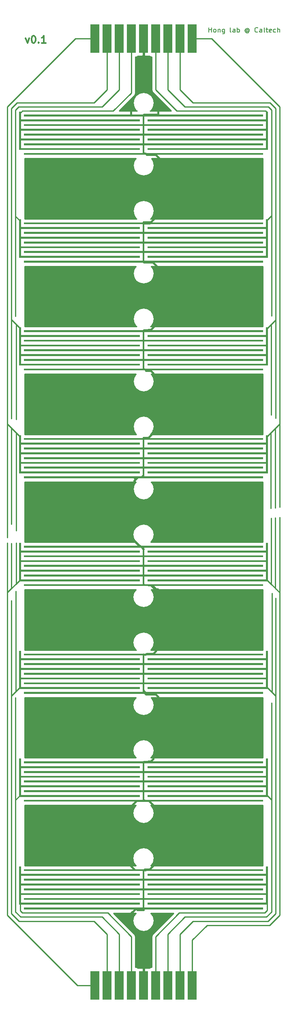
<source format=gbr>
%TF.GenerationSoftware,KiCad,Pcbnew,(2017-11-10 revision d8f4e35)-HEAD*%
%TF.CreationDate,2017-12-06T14:17:32-08:00*%
%TF.ProjectId,ceiling_pcb,6365696C696E675F7063622E6B696361,0.1*%
%TF.SameCoordinates,Original*%
%TF.FileFunction,Copper,L1,Top,Signal*%
%TF.FilePolarity,Positive*%
%FSLAX46Y46*%
G04 Gerber Fmt 4.6, Leading zero omitted, Abs format (unit mm)*
G04 Created by KiCad (PCBNEW (2017-11-10 revision d8f4e35)-HEAD) date Wed Dec  6 14:17:32 2017*
%MOMM*%
%LPD*%
G01*
G04 APERTURE LIST*
%TA.AperFunction,NonConductor*%
%ADD10C,0.300000*%
%TD*%
%TA.AperFunction,NonConductor*%
%ADD11C,0.200000*%
%TD*%
%TA.AperFunction,SMDPad,CuDef*%
%ADD12R,1.940000X6.000000*%
%TD*%
%TA.AperFunction,Conductor*%
%ADD13C,0.000001*%
%TD*%
%TA.AperFunction,Conductor*%
%ADD14C,0.100000*%
%TD*%
%TA.AperFunction,Conductor*%
%ADD15C,0.250000*%
%TD*%
%TA.AperFunction,Conductor*%
%ADD16C,0.400000*%
%TD*%
%TA.AperFunction,Conductor*%
%ADD17C,0.254000*%
%TD*%
G04 APERTURE END LIST*
D10*
X100387142Y-16258571D02*
X100744285Y-17258571D01*
X101101428Y-16258571D01*
X101958571Y-15758571D02*
X102101428Y-15758571D01*
X102244285Y-15830000D01*
X102315714Y-15901428D01*
X102387142Y-16044285D01*
X102458571Y-16330000D01*
X102458571Y-16687142D01*
X102387142Y-16972857D01*
X102315714Y-17115714D01*
X102244285Y-17187142D01*
X102101428Y-17258571D01*
X101958571Y-17258571D01*
X101815714Y-17187142D01*
X101744285Y-17115714D01*
X101672857Y-16972857D01*
X101601428Y-16687142D01*
X101601428Y-16330000D01*
X101672857Y-16044285D01*
X101744285Y-15901428D01*
X101815714Y-15830000D01*
X101958571Y-15758571D01*
X103101428Y-17115714D02*
X103172857Y-17187142D01*
X103101428Y-17258571D01*
X103030000Y-17187142D01*
X103101428Y-17115714D01*
X103101428Y-17258571D01*
X104601428Y-17258571D02*
X103744285Y-17258571D01*
X104172857Y-17258571D02*
X104172857Y-15758571D01*
X104030000Y-15972857D01*
X103887142Y-16115714D01*
X103744285Y-16187142D01*
D11*
X138625238Y-15032380D02*
X138625238Y-14032380D01*
X138625238Y-14508571D02*
X139196666Y-14508571D01*
X139196666Y-15032380D02*
X139196666Y-14032380D01*
X139815714Y-15032380D02*
X139720476Y-14984761D01*
X139672857Y-14937142D01*
X139625238Y-14841904D01*
X139625238Y-14556190D01*
X139672857Y-14460952D01*
X139720476Y-14413333D01*
X139815714Y-14365714D01*
X139958571Y-14365714D01*
X140053809Y-14413333D01*
X140101428Y-14460952D01*
X140149047Y-14556190D01*
X140149047Y-14841904D01*
X140101428Y-14937142D01*
X140053809Y-14984761D01*
X139958571Y-15032380D01*
X139815714Y-15032380D01*
X140577619Y-14365714D02*
X140577619Y-15032380D01*
X140577619Y-14460952D02*
X140625238Y-14413333D01*
X140720476Y-14365714D01*
X140863333Y-14365714D01*
X140958571Y-14413333D01*
X141006190Y-14508571D01*
X141006190Y-15032380D01*
X141910952Y-14365714D02*
X141910952Y-15175238D01*
X141863333Y-15270476D01*
X141815714Y-15318095D01*
X141720476Y-15365714D01*
X141577619Y-15365714D01*
X141482380Y-15318095D01*
X141910952Y-14984761D02*
X141815714Y-15032380D01*
X141625238Y-15032380D01*
X141530000Y-14984761D01*
X141482380Y-14937142D01*
X141434761Y-14841904D01*
X141434761Y-14556190D01*
X141482380Y-14460952D01*
X141530000Y-14413333D01*
X141625238Y-14365714D01*
X141815714Y-14365714D01*
X141910952Y-14413333D01*
X143291904Y-15032380D02*
X143196666Y-14984761D01*
X143149047Y-14889523D01*
X143149047Y-14032380D01*
X144101428Y-15032380D02*
X144101428Y-14508571D01*
X144053809Y-14413333D01*
X143958571Y-14365714D01*
X143768095Y-14365714D01*
X143672857Y-14413333D01*
X144101428Y-14984761D02*
X144006190Y-15032380D01*
X143768095Y-15032380D01*
X143672857Y-14984761D01*
X143625238Y-14889523D01*
X143625238Y-14794285D01*
X143672857Y-14699047D01*
X143768095Y-14651428D01*
X144006190Y-14651428D01*
X144101428Y-14603809D01*
X144577619Y-15032380D02*
X144577619Y-14032380D01*
X144577619Y-14413333D02*
X144672857Y-14365714D01*
X144863333Y-14365714D01*
X144958571Y-14413333D01*
X145006190Y-14460952D01*
X145053809Y-14556190D01*
X145053809Y-14841904D01*
X145006190Y-14937142D01*
X144958571Y-14984761D01*
X144863333Y-15032380D01*
X144672857Y-15032380D01*
X144577619Y-14984761D01*
X146863333Y-14556190D02*
X146815714Y-14508571D01*
X146720476Y-14460952D01*
X146625238Y-14460952D01*
X146530000Y-14508571D01*
X146482380Y-14556190D01*
X146434761Y-14651428D01*
X146434761Y-14746666D01*
X146482380Y-14841904D01*
X146530000Y-14889523D01*
X146625238Y-14937142D01*
X146720476Y-14937142D01*
X146815714Y-14889523D01*
X146863333Y-14841904D01*
X146863333Y-14460952D02*
X146863333Y-14841904D01*
X146910952Y-14889523D01*
X146958571Y-14889523D01*
X147053809Y-14841904D01*
X147101428Y-14746666D01*
X147101428Y-14508571D01*
X147006190Y-14365714D01*
X146863333Y-14270476D01*
X146672857Y-14222857D01*
X146482380Y-14270476D01*
X146339523Y-14365714D01*
X146244285Y-14508571D01*
X146196666Y-14699047D01*
X146244285Y-14889523D01*
X146339523Y-15032380D01*
X146482380Y-15127619D01*
X146672857Y-15175238D01*
X146863333Y-15127619D01*
X147006190Y-15032380D01*
X148863333Y-14937142D02*
X148815714Y-14984761D01*
X148672857Y-15032380D01*
X148577619Y-15032380D01*
X148434761Y-14984761D01*
X148339523Y-14889523D01*
X148291904Y-14794285D01*
X148244285Y-14603809D01*
X148244285Y-14460952D01*
X148291904Y-14270476D01*
X148339523Y-14175238D01*
X148434761Y-14080000D01*
X148577619Y-14032380D01*
X148672857Y-14032380D01*
X148815714Y-14080000D01*
X148863333Y-14127619D01*
X149720476Y-15032380D02*
X149720476Y-14508571D01*
X149672857Y-14413333D01*
X149577619Y-14365714D01*
X149387142Y-14365714D01*
X149291904Y-14413333D01*
X149720476Y-14984761D02*
X149625238Y-15032380D01*
X149387142Y-15032380D01*
X149291904Y-14984761D01*
X149244285Y-14889523D01*
X149244285Y-14794285D01*
X149291904Y-14699047D01*
X149387142Y-14651428D01*
X149625238Y-14651428D01*
X149720476Y-14603809D01*
X150339523Y-15032380D02*
X150244285Y-14984761D01*
X150196666Y-14889523D01*
X150196666Y-14032380D01*
X150577619Y-14365714D02*
X150958571Y-14365714D01*
X150720476Y-14032380D02*
X150720476Y-14889523D01*
X150768095Y-14984761D01*
X150863333Y-15032380D01*
X150958571Y-15032380D01*
X151672857Y-14984761D02*
X151577619Y-15032380D01*
X151387142Y-15032380D01*
X151291904Y-14984761D01*
X151244285Y-14889523D01*
X151244285Y-14508571D01*
X151291904Y-14413333D01*
X151387142Y-14365714D01*
X151577619Y-14365714D01*
X151672857Y-14413333D01*
X151720476Y-14508571D01*
X151720476Y-14603809D01*
X151244285Y-14699047D01*
X152577619Y-14984761D02*
X152482380Y-15032380D01*
X152291904Y-15032380D01*
X152196666Y-14984761D01*
X152149047Y-14937142D01*
X152101428Y-14841904D01*
X152101428Y-14556190D01*
X152149047Y-14460952D01*
X152196666Y-14413333D01*
X152291904Y-14365714D01*
X152482380Y-14365714D01*
X152577619Y-14413333D01*
X153006190Y-15032380D02*
X153006190Y-14032380D01*
X153434761Y-15032380D02*
X153434761Y-14508571D01*
X153387142Y-14413333D01*
X153291904Y-14365714D01*
X153149047Y-14365714D01*
X153053809Y-14413333D01*
X153006190Y-14460952D01*
D12*
%TO.P,J1,1*%
%TO.N,/F9*%
X135160000Y-213750000D03*
%TO.P,J1,2*%
%TO.N,/F11*%
X132620000Y-213750000D03*
%TO.P,J1,3*%
%TO.N,/F13*%
X130080000Y-213750000D03*
%TO.P,J1,4*%
%TO.N,/F15*%
X127540000Y-213750000D03*
%TO.P,J1,5*%
%TO.N,/HV*%
X125000000Y-213750000D03*
%TO.P,J1,6*%
%TO.N,/F16*%
X122460000Y-213750000D03*
%TO.P,J1,7*%
%TO.N,/F14*%
X119920000Y-213750000D03*
%TO.P,J1,8*%
%TO.N,/F12*%
X117380000Y-213750000D03*
%TO.P,J1,9*%
%TO.N,/F10*%
X114840000Y-213750000D03*
%TD*%
%TO.P,J2,9*%
%TO.N,/F8*%
X114840000Y-16385800D03*
%TO.P,J2,8*%
%TO.N,/F6*%
X117380000Y-16385800D03*
%TO.P,J2,7*%
%TO.N,/F4*%
X119920000Y-16385800D03*
%TO.P,J2,6*%
%TO.N,/F2*%
X122460000Y-16385800D03*
%TO.P,J2,5*%
%TO.N,/HV*%
X125000000Y-16385800D03*
%TO.P,J2,4*%
%TO.N,/F1*%
X127540000Y-16385800D03*
%TO.P,J2,3*%
%TO.N,/F3*%
X130080000Y-16385800D03*
%TO.P,J2,2*%
%TO.N,/F5*%
X132620000Y-16385800D03*
%TO.P,J2,1*%
%TO.N,/F7*%
X135160000Y-16385800D03*
%TD*%
D13*
%TO.N,/HV*%
%TO.C,J3*%
X125000000Y-197450000D03*
D14*
G36*
X150000000Y-189950000D02*
X125200000Y-189950000D01*
X125200000Y-191550000D01*
X150000000Y-191550000D01*
X150000000Y-191950000D01*
X125200000Y-191950000D01*
X125200000Y-193550000D01*
X150000000Y-193550000D01*
X150000000Y-193950000D01*
X125200000Y-193950000D01*
X125200000Y-195550000D01*
X150000000Y-195550000D01*
X150000000Y-195950000D01*
X125200000Y-195950000D01*
X125200000Y-197550000D01*
X150000000Y-197550000D01*
X150000000Y-197950000D01*
X100000000Y-197950000D01*
X100000000Y-197550000D01*
X124800000Y-197550000D01*
X124800000Y-195950000D01*
X100000000Y-195950000D01*
X100000000Y-195550000D01*
X124800000Y-195550000D01*
X124800000Y-193950000D01*
X100000000Y-193950000D01*
X100000000Y-193550000D01*
X124800000Y-193550000D01*
X124800000Y-191950000D01*
X100000000Y-191950000D01*
X100000000Y-191550000D01*
X124800000Y-191550000D01*
X124800000Y-189950000D01*
X100000000Y-189950000D01*
X100000000Y-189550000D01*
X150000000Y-189550000D01*
X150000000Y-189950000D01*
X150000000Y-189950000D01*
G37*
D13*
%TO.N,/F15*%
X150500000Y-189750000D03*
D14*
G36*
X151000000Y-196950000D02*
X125800000Y-196950000D01*
X125800000Y-196550000D01*
X150600000Y-196550000D01*
X150600000Y-194950000D01*
X125800000Y-194950000D01*
X125800000Y-194550000D01*
X150600000Y-194550000D01*
X150600000Y-192950000D01*
X125800000Y-192950000D01*
X125800000Y-192550000D01*
X150600000Y-192550000D01*
X150600000Y-190950000D01*
X125800000Y-190950000D01*
X125800000Y-190550000D01*
X150600000Y-190550000D01*
X150600000Y-188950000D01*
X151000000Y-188950000D01*
X151000000Y-196950000D01*
X151000000Y-196950000D01*
G37*
D13*
%TO.N,/F16*%
X99500000Y-189750000D03*
D14*
G36*
X99400000Y-190550000D02*
X124200000Y-190550000D01*
X124200000Y-190950000D01*
X99400000Y-190950000D01*
X99400000Y-192550000D01*
X124200000Y-192550000D01*
X124200000Y-192950000D01*
X99400000Y-192950000D01*
X99400000Y-194550000D01*
X124200000Y-194550000D01*
X124200000Y-194950000D01*
X99400000Y-194950000D01*
X99400000Y-196550000D01*
X124200000Y-196550000D01*
X124200000Y-196950000D01*
X99000000Y-196950000D01*
X99000000Y-188950000D01*
X99400000Y-188950000D01*
X99400000Y-190550000D01*
X99400000Y-190550000D01*
G37*
%TD*%
D13*
%TO.N,/HV*%
%TO.C,J4*%
X125000000Y-174969400D03*
D14*
G36*
X150000000Y-167469400D02*
X125200000Y-167469400D01*
X125200000Y-169069400D01*
X150000000Y-169069400D01*
X150000000Y-169469400D01*
X125200000Y-169469400D01*
X125200000Y-171069400D01*
X150000000Y-171069400D01*
X150000000Y-171469400D01*
X125200000Y-171469400D01*
X125200000Y-173069400D01*
X150000000Y-173069400D01*
X150000000Y-173469400D01*
X125200000Y-173469400D01*
X125200000Y-175069400D01*
X150000000Y-175069400D01*
X150000000Y-175469400D01*
X100000000Y-175469400D01*
X100000000Y-175069400D01*
X124800000Y-175069400D01*
X124800000Y-173469400D01*
X100000000Y-173469400D01*
X100000000Y-173069400D01*
X124800000Y-173069400D01*
X124800000Y-171469400D01*
X100000000Y-171469400D01*
X100000000Y-171069400D01*
X124800000Y-171069400D01*
X124800000Y-169469400D01*
X100000000Y-169469400D01*
X100000000Y-169069400D01*
X124800000Y-169069400D01*
X124800000Y-167469400D01*
X100000000Y-167469400D01*
X100000000Y-167069400D01*
X150000000Y-167069400D01*
X150000000Y-167469400D01*
X150000000Y-167469400D01*
G37*
D13*
%TO.N,/F13*%
X150500000Y-167269400D03*
D14*
G36*
X151000000Y-174469400D02*
X125800000Y-174469400D01*
X125800000Y-174069400D01*
X150600000Y-174069400D01*
X150600000Y-172469400D01*
X125800000Y-172469400D01*
X125800000Y-172069400D01*
X150600000Y-172069400D01*
X150600000Y-170469400D01*
X125800000Y-170469400D01*
X125800000Y-170069400D01*
X150600000Y-170069400D01*
X150600000Y-168469400D01*
X125800000Y-168469400D01*
X125800000Y-168069400D01*
X150600000Y-168069400D01*
X150600000Y-166469400D01*
X151000000Y-166469400D01*
X151000000Y-174469400D01*
X151000000Y-174469400D01*
G37*
D13*
%TO.N,/F14*%
X99500000Y-167269400D03*
D14*
G36*
X99400000Y-168069400D02*
X124200000Y-168069400D01*
X124200000Y-168469400D01*
X99400000Y-168469400D01*
X99400000Y-170069400D01*
X124200000Y-170069400D01*
X124200000Y-170469400D01*
X99400000Y-170469400D01*
X99400000Y-172069400D01*
X124200000Y-172069400D01*
X124200000Y-172469400D01*
X99400000Y-172469400D01*
X99400000Y-174069400D01*
X124200000Y-174069400D01*
X124200000Y-174469400D01*
X99000000Y-174469400D01*
X99000000Y-166469400D01*
X99400000Y-166469400D01*
X99400000Y-168069400D01*
X99400000Y-168069400D01*
G37*
%TD*%
D13*
%TO.N,/F12*%
%TO.C,J5*%
X99500000Y-144788800D03*
D14*
G36*
X99400000Y-145588800D02*
X124200000Y-145588800D01*
X124200000Y-145988800D01*
X99400000Y-145988800D01*
X99400000Y-147588800D01*
X124200000Y-147588800D01*
X124200000Y-147988800D01*
X99400000Y-147988800D01*
X99400000Y-149588800D01*
X124200000Y-149588800D01*
X124200000Y-149988800D01*
X99400000Y-149988800D01*
X99400000Y-151588800D01*
X124200000Y-151588800D01*
X124200000Y-151988800D01*
X99000000Y-151988800D01*
X99000000Y-143988800D01*
X99400000Y-143988800D01*
X99400000Y-145588800D01*
X99400000Y-145588800D01*
G37*
D13*
%TO.N,/F11*%
X150500000Y-144788800D03*
D14*
G36*
X151000000Y-151988800D02*
X125800000Y-151988800D01*
X125800000Y-151588800D01*
X150600000Y-151588800D01*
X150600000Y-149988800D01*
X125800000Y-149988800D01*
X125800000Y-149588800D01*
X150600000Y-149588800D01*
X150600000Y-147988800D01*
X125800000Y-147988800D01*
X125800000Y-147588800D01*
X150600000Y-147588800D01*
X150600000Y-145988800D01*
X125800000Y-145988800D01*
X125800000Y-145588800D01*
X150600000Y-145588800D01*
X150600000Y-143988800D01*
X151000000Y-143988800D01*
X151000000Y-151988800D01*
X151000000Y-151988800D01*
G37*
D13*
%TO.N,/HV*%
X125000000Y-152488800D03*
D14*
G36*
X150000000Y-144988800D02*
X125200000Y-144988800D01*
X125200000Y-146588800D01*
X150000000Y-146588800D01*
X150000000Y-146988800D01*
X125200000Y-146988800D01*
X125200000Y-148588800D01*
X150000000Y-148588800D01*
X150000000Y-148988800D01*
X125200000Y-148988800D01*
X125200000Y-150588800D01*
X150000000Y-150588800D01*
X150000000Y-150988800D01*
X125200000Y-150988800D01*
X125200000Y-152588800D01*
X150000000Y-152588800D01*
X150000000Y-152988800D01*
X100000000Y-152988800D01*
X100000000Y-152588800D01*
X124800000Y-152588800D01*
X124800000Y-150988800D01*
X100000000Y-150988800D01*
X100000000Y-150588800D01*
X124800000Y-150588800D01*
X124800000Y-148988800D01*
X100000000Y-148988800D01*
X100000000Y-148588800D01*
X124800000Y-148588800D01*
X124800000Y-146988800D01*
X100000000Y-146988800D01*
X100000000Y-146588800D01*
X124800000Y-146588800D01*
X124800000Y-144988800D01*
X100000000Y-144988800D01*
X100000000Y-144588800D01*
X150000000Y-144588800D01*
X150000000Y-144988800D01*
X150000000Y-144988800D01*
G37*
%TD*%
D13*
%TO.N,/F10*%
%TO.C,J6*%
X99500000Y-122308200D03*
D14*
G36*
X99400000Y-123108200D02*
X124200000Y-123108200D01*
X124200000Y-123508200D01*
X99400000Y-123508200D01*
X99400000Y-125108200D01*
X124200000Y-125108200D01*
X124200000Y-125508200D01*
X99400000Y-125508200D01*
X99400000Y-127108200D01*
X124200000Y-127108200D01*
X124200000Y-127508200D01*
X99400000Y-127508200D01*
X99400000Y-129108200D01*
X124200000Y-129108200D01*
X124200000Y-129508200D01*
X99000000Y-129508200D01*
X99000000Y-121508200D01*
X99400000Y-121508200D01*
X99400000Y-123108200D01*
X99400000Y-123108200D01*
G37*
D13*
%TO.N,/F9*%
X150500000Y-122308200D03*
D14*
G36*
X151000000Y-129508200D02*
X125800000Y-129508200D01*
X125800000Y-129108200D01*
X150600000Y-129108200D01*
X150600000Y-127508200D01*
X125800000Y-127508200D01*
X125800000Y-127108200D01*
X150600000Y-127108200D01*
X150600000Y-125508200D01*
X125800000Y-125508200D01*
X125800000Y-125108200D01*
X150600000Y-125108200D01*
X150600000Y-123508200D01*
X125800000Y-123508200D01*
X125800000Y-123108200D01*
X150600000Y-123108200D01*
X150600000Y-121508200D01*
X151000000Y-121508200D01*
X151000000Y-129508200D01*
X151000000Y-129508200D01*
G37*
D13*
%TO.N,/HV*%
X125000000Y-130008200D03*
D14*
G36*
X150000000Y-122508200D02*
X125200000Y-122508200D01*
X125200000Y-124108200D01*
X150000000Y-124108200D01*
X150000000Y-124508200D01*
X125200000Y-124508200D01*
X125200000Y-126108200D01*
X150000000Y-126108200D01*
X150000000Y-126508200D01*
X125200000Y-126508200D01*
X125200000Y-128108200D01*
X150000000Y-128108200D01*
X150000000Y-128508200D01*
X125200000Y-128508200D01*
X125200000Y-130108200D01*
X150000000Y-130108200D01*
X150000000Y-130508200D01*
X100000000Y-130508200D01*
X100000000Y-130108200D01*
X124800000Y-130108200D01*
X124800000Y-128508200D01*
X100000000Y-128508200D01*
X100000000Y-128108200D01*
X124800000Y-128108200D01*
X124800000Y-126508200D01*
X100000000Y-126508200D01*
X100000000Y-126108200D01*
X124800000Y-126108200D01*
X124800000Y-124508200D01*
X100000000Y-124508200D01*
X100000000Y-124108200D01*
X124800000Y-124108200D01*
X124800000Y-122508200D01*
X100000000Y-122508200D01*
X100000000Y-122108200D01*
X150000000Y-122108200D01*
X150000000Y-122508200D01*
X150000000Y-122508200D01*
G37*
%TD*%
D13*
%TO.N,/HV*%
%TO.C,J7*%
X125000000Y-107527600D03*
D14*
G36*
X150000000Y-100027600D02*
X125200000Y-100027600D01*
X125200000Y-101627600D01*
X150000000Y-101627600D01*
X150000000Y-102027600D01*
X125200000Y-102027600D01*
X125200000Y-103627600D01*
X150000000Y-103627600D01*
X150000000Y-104027600D01*
X125200000Y-104027600D01*
X125200000Y-105627600D01*
X150000000Y-105627600D01*
X150000000Y-106027600D01*
X125200000Y-106027600D01*
X125200000Y-107627600D01*
X150000000Y-107627600D01*
X150000000Y-108027600D01*
X100000000Y-108027600D01*
X100000000Y-107627600D01*
X124800000Y-107627600D01*
X124800000Y-106027600D01*
X100000000Y-106027600D01*
X100000000Y-105627600D01*
X124800000Y-105627600D01*
X124800000Y-104027600D01*
X100000000Y-104027600D01*
X100000000Y-103627600D01*
X124800000Y-103627600D01*
X124800000Y-102027600D01*
X100000000Y-102027600D01*
X100000000Y-101627600D01*
X124800000Y-101627600D01*
X124800000Y-100027600D01*
X100000000Y-100027600D01*
X100000000Y-99627600D01*
X150000000Y-99627600D01*
X150000000Y-100027600D01*
X150000000Y-100027600D01*
G37*
D13*
%TO.N,/F7*%
X150500000Y-99827600D03*
D14*
G36*
X151000000Y-107027600D02*
X125800000Y-107027600D01*
X125800000Y-106627600D01*
X150600000Y-106627600D01*
X150600000Y-105027600D01*
X125800000Y-105027600D01*
X125800000Y-104627600D01*
X150600000Y-104627600D01*
X150600000Y-103027600D01*
X125800000Y-103027600D01*
X125800000Y-102627600D01*
X150600000Y-102627600D01*
X150600000Y-101027600D01*
X125800000Y-101027600D01*
X125800000Y-100627600D01*
X150600000Y-100627600D01*
X150600000Y-99027600D01*
X151000000Y-99027600D01*
X151000000Y-107027600D01*
X151000000Y-107027600D01*
G37*
D13*
%TO.N,/F8*%
X99500000Y-99827600D03*
D14*
G36*
X99400000Y-100627600D02*
X124200000Y-100627600D01*
X124200000Y-101027600D01*
X99400000Y-101027600D01*
X99400000Y-102627600D01*
X124200000Y-102627600D01*
X124200000Y-103027600D01*
X99400000Y-103027600D01*
X99400000Y-104627600D01*
X124200000Y-104627600D01*
X124200000Y-105027600D01*
X99400000Y-105027600D01*
X99400000Y-106627600D01*
X124200000Y-106627600D01*
X124200000Y-107027600D01*
X99000000Y-107027600D01*
X99000000Y-99027600D01*
X99400000Y-99027600D01*
X99400000Y-100627600D01*
X99400000Y-100627600D01*
G37*
%TD*%
D13*
%TO.N,/F6*%
%TO.C,J8*%
X99500000Y-77347000D03*
D14*
G36*
X99400000Y-78147000D02*
X124200000Y-78147000D01*
X124200000Y-78547000D01*
X99400000Y-78547000D01*
X99400000Y-80147000D01*
X124200000Y-80147000D01*
X124200000Y-80547000D01*
X99400000Y-80547000D01*
X99400000Y-82147000D01*
X124200000Y-82147000D01*
X124200000Y-82547000D01*
X99400000Y-82547000D01*
X99400000Y-84147000D01*
X124200000Y-84147000D01*
X124200000Y-84547000D01*
X99000000Y-84547000D01*
X99000000Y-76547000D01*
X99400000Y-76547000D01*
X99400000Y-78147000D01*
X99400000Y-78147000D01*
G37*
D13*
%TO.N,/F5*%
X150500000Y-77347000D03*
D14*
G36*
X151000000Y-84547000D02*
X125800000Y-84547000D01*
X125800000Y-84147000D01*
X150600000Y-84147000D01*
X150600000Y-82547000D01*
X125800000Y-82547000D01*
X125800000Y-82147000D01*
X150600000Y-82147000D01*
X150600000Y-80547000D01*
X125800000Y-80547000D01*
X125800000Y-80147000D01*
X150600000Y-80147000D01*
X150600000Y-78547000D01*
X125800000Y-78547000D01*
X125800000Y-78147000D01*
X150600000Y-78147000D01*
X150600000Y-76547000D01*
X151000000Y-76547000D01*
X151000000Y-84547000D01*
X151000000Y-84547000D01*
G37*
D13*
%TO.N,/HV*%
X125000000Y-85047000D03*
D14*
G36*
X150000000Y-77547000D02*
X125200000Y-77547000D01*
X125200000Y-79147000D01*
X150000000Y-79147000D01*
X150000000Y-79547000D01*
X125200000Y-79547000D01*
X125200000Y-81147000D01*
X150000000Y-81147000D01*
X150000000Y-81547000D01*
X125200000Y-81547000D01*
X125200000Y-83147000D01*
X150000000Y-83147000D01*
X150000000Y-83547000D01*
X125200000Y-83547000D01*
X125200000Y-85147000D01*
X150000000Y-85147000D01*
X150000000Y-85547000D01*
X100000000Y-85547000D01*
X100000000Y-85147000D01*
X124800000Y-85147000D01*
X124800000Y-83547000D01*
X100000000Y-83547000D01*
X100000000Y-83147000D01*
X124800000Y-83147000D01*
X124800000Y-81547000D01*
X100000000Y-81547000D01*
X100000000Y-81147000D01*
X124800000Y-81147000D01*
X124800000Y-79547000D01*
X100000000Y-79547000D01*
X100000000Y-79147000D01*
X124800000Y-79147000D01*
X124800000Y-77547000D01*
X100000000Y-77547000D01*
X100000000Y-77147000D01*
X150000000Y-77147000D01*
X150000000Y-77547000D01*
X150000000Y-77547000D01*
G37*
%TD*%
D13*
%TO.N,/HV*%
%TO.C,J9*%
X125000000Y-62566400D03*
D14*
G36*
X150000000Y-55066400D02*
X125200000Y-55066400D01*
X125200000Y-56666400D01*
X150000000Y-56666400D01*
X150000000Y-57066400D01*
X125200000Y-57066400D01*
X125200000Y-58666400D01*
X150000000Y-58666400D01*
X150000000Y-59066400D01*
X125200000Y-59066400D01*
X125200000Y-60666400D01*
X150000000Y-60666400D01*
X150000000Y-61066400D01*
X125200000Y-61066400D01*
X125200000Y-62666400D01*
X150000000Y-62666400D01*
X150000000Y-63066400D01*
X100000000Y-63066400D01*
X100000000Y-62666400D01*
X124800000Y-62666400D01*
X124800000Y-61066400D01*
X100000000Y-61066400D01*
X100000000Y-60666400D01*
X124800000Y-60666400D01*
X124800000Y-59066400D01*
X100000000Y-59066400D01*
X100000000Y-58666400D01*
X124800000Y-58666400D01*
X124800000Y-57066400D01*
X100000000Y-57066400D01*
X100000000Y-56666400D01*
X124800000Y-56666400D01*
X124800000Y-55066400D01*
X100000000Y-55066400D01*
X100000000Y-54666400D01*
X150000000Y-54666400D01*
X150000000Y-55066400D01*
X150000000Y-55066400D01*
G37*
D13*
%TO.N,/F3*%
X150500000Y-54866400D03*
D14*
G36*
X151000000Y-62066400D02*
X125800000Y-62066400D01*
X125800000Y-61666400D01*
X150600000Y-61666400D01*
X150600000Y-60066400D01*
X125800000Y-60066400D01*
X125800000Y-59666400D01*
X150600000Y-59666400D01*
X150600000Y-58066400D01*
X125800000Y-58066400D01*
X125800000Y-57666400D01*
X150600000Y-57666400D01*
X150600000Y-56066400D01*
X125800000Y-56066400D01*
X125800000Y-55666400D01*
X150600000Y-55666400D01*
X150600000Y-54066400D01*
X151000000Y-54066400D01*
X151000000Y-62066400D01*
X151000000Y-62066400D01*
G37*
D13*
%TO.N,/F4*%
X99500000Y-54866400D03*
D14*
G36*
X99400000Y-55666400D02*
X124200000Y-55666400D01*
X124200000Y-56066400D01*
X99400000Y-56066400D01*
X99400000Y-57666400D01*
X124200000Y-57666400D01*
X124200000Y-58066400D01*
X99400000Y-58066400D01*
X99400000Y-59666400D01*
X124200000Y-59666400D01*
X124200000Y-60066400D01*
X99400000Y-60066400D01*
X99400000Y-61666400D01*
X124200000Y-61666400D01*
X124200000Y-62066400D01*
X99000000Y-62066400D01*
X99000000Y-54066400D01*
X99400000Y-54066400D01*
X99400000Y-55666400D01*
X99400000Y-55666400D01*
G37*
%TD*%
D13*
%TO.N,/F2*%
%TO.C,J10*%
X99500000Y-32385800D03*
D14*
G36*
X99400000Y-33185800D02*
X124200000Y-33185800D01*
X124200000Y-33585800D01*
X99400000Y-33585800D01*
X99400000Y-35185800D01*
X124200000Y-35185800D01*
X124200000Y-35585800D01*
X99400000Y-35585800D01*
X99400000Y-37185800D01*
X124200000Y-37185800D01*
X124200000Y-37585800D01*
X99400000Y-37585800D01*
X99400000Y-39185800D01*
X124200000Y-39185800D01*
X124200000Y-39585800D01*
X99000000Y-39585800D01*
X99000000Y-31585800D01*
X99400000Y-31585800D01*
X99400000Y-33185800D01*
X99400000Y-33185800D01*
G37*
D13*
%TO.N,/F1*%
X150500000Y-32385800D03*
D14*
G36*
X151000000Y-39585800D02*
X125800000Y-39585800D01*
X125800000Y-39185800D01*
X150600000Y-39185800D01*
X150600000Y-37585800D01*
X125800000Y-37585800D01*
X125800000Y-37185800D01*
X150600000Y-37185800D01*
X150600000Y-35585800D01*
X125800000Y-35585800D01*
X125800000Y-35185800D01*
X150600000Y-35185800D01*
X150600000Y-33585800D01*
X125800000Y-33585800D01*
X125800000Y-33185800D01*
X150600000Y-33185800D01*
X150600000Y-31585800D01*
X151000000Y-31585800D01*
X151000000Y-39585800D01*
X151000000Y-39585800D01*
G37*
D13*
%TO.N,/HV*%
X125000000Y-40085800D03*
D14*
G36*
X150000000Y-32585800D02*
X125200000Y-32585800D01*
X125200000Y-34185800D01*
X150000000Y-34185800D01*
X150000000Y-34585800D01*
X125200000Y-34585800D01*
X125200000Y-36185800D01*
X150000000Y-36185800D01*
X150000000Y-36585800D01*
X125200000Y-36585800D01*
X125200000Y-38185800D01*
X150000000Y-38185800D01*
X150000000Y-38585800D01*
X125200000Y-38585800D01*
X125200000Y-40185800D01*
X150000000Y-40185800D01*
X150000000Y-40585800D01*
X100000000Y-40585800D01*
X100000000Y-40185800D01*
X124800000Y-40185800D01*
X124800000Y-38585800D01*
X100000000Y-38585800D01*
X100000000Y-38185800D01*
X124800000Y-38185800D01*
X124800000Y-36585800D01*
X100000000Y-36585800D01*
X100000000Y-36185800D01*
X124800000Y-36185800D01*
X124800000Y-34585800D01*
X100000000Y-34585800D01*
X100000000Y-34185800D01*
X124800000Y-34185800D01*
X124800000Y-32585800D01*
X100000000Y-32585800D01*
X100000000Y-32185800D01*
X150000000Y-32185800D01*
X150000000Y-32585800D01*
X150000000Y-32585800D01*
G37*
%TD*%
D15*
%TO.N,/F8*%
X96574970Y-96724970D02*
X96574970Y-30581318D01*
X96574970Y-30581318D02*
X110770488Y-16385800D01*
X110770488Y-16385800D02*
X114840000Y-16385800D01*
%TO.N,/F6*%
X117380000Y-23785800D02*
X117380000Y-16385800D01*
X98597613Y-29760770D02*
X114655030Y-29760770D01*
X117380000Y-27035800D02*
X117380000Y-23785800D01*
X97424980Y-30933403D02*
X98597613Y-29760770D01*
X114655030Y-29760770D02*
X117380000Y-27035800D01*
X97424980Y-74974980D02*
X97424980Y-30933403D01*
%TO.N,/F4*%
X119920000Y-23785800D02*
X119920000Y-16385800D01*
X116345020Y-30610780D02*
X119920000Y-27035800D01*
X98949698Y-30610780D02*
X116345020Y-30610780D01*
X98274990Y-31285488D02*
X98949698Y-30610780D01*
X98274990Y-53424990D02*
X98274990Y-31285488D01*
X119920000Y-27035800D02*
X119920000Y-23785800D01*
%TO.N,/F2*%
X122460000Y-23785800D02*
X122460000Y-16385800D01*
X122460000Y-23785800D02*
X122460000Y-27666840D01*
X122460000Y-27666840D02*
X118666050Y-31460790D01*
X118666050Y-31460790D02*
X99699688Y-31460790D01*
X99699688Y-31460790D02*
X99180000Y-31980478D01*
D16*
%TO.N,/HV*%
X125000000Y-206354801D02*
X125000000Y-213750000D01*
X125000000Y-23785800D02*
X125000000Y-16385800D01*
X125769999Y-27425801D02*
X125240001Y-27425801D01*
X125240001Y-27425801D02*
X125000000Y-27185800D01*
X125000000Y-27185800D02*
X125000000Y-23785800D01*
X126930000Y-28080000D02*
X126435801Y-27585801D01*
X126435801Y-27585801D02*
X125929999Y-27585801D01*
X125929999Y-27585801D02*
X125769999Y-27425801D01*
X127030000Y-28080000D02*
X126930000Y-28080000D01*
X122380000Y-29055000D02*
X122380000Y-32280000D01*
X123005000Y-28430000D02*
X122380000Y-29055000D01*
X123855000Y-27580000D02*
X123005000Y-28430000D01*
X125000000Y-23785800D02*
X125000000Y-26435000D01*
X128030000Y-29080000D02*
X127030000Y-28080000D01*
D15*
%TO.N,/F1*%
X127540000Y-23785800D02*
X127540000Y-16385800D01*
X150830000Y-31780000D02*
X150510790Y-31460790D01*
X150510790Y-31460790D02*
X131964990Y-31460790D01*
X127540000Y-27035800D02*
X127540000Y-23785800D01*
X131964990Y-31460790D02*
X127540000Y-27035800D01*
%TO.N,/F3*%
X151050302Y-30610780D02*
X133654980Y-30610780D01*
X151725010Y-31285488D02*
X151050302Y-30610780D01*
X133654980Y-30610780D02*
X130080000Y-27035800D01*
X151725010Y-53130000D02*
X151725010Y-31285488D01*
X130080000Y-27035800D02*
X130080000Y-20280000D01*
X130080000Y-20280000D02*
X130080000Y-16385800D01*
%TO.N,/F5*%
X132620000Y-23785800D02*
X132620000Y-16385800D01*
X135344970Y-29760770D02*
X132620000Y-27035800D01*
X152575020Y-30933403D02*
X151402387Y-29760770D01*
X151402387Y-29760770D02*
X135344970Y-29760770D01*
X152575020Y-75034980D02*
X152575020Y-30933403D01*
X132620000Y-27035800D02*
X132620000Y-23785800D01*
%TO.N,/F7*%
X153425030Y-96684970D02*
X153425030Y-30581318D01*
X153425030Y-30581318D02*
X139229512Y-16385800D01*
X139229512Y-16385800D02*
X135160000Y-16385800D01*
%TO.N,/F9*%
X135160000Y-206110000D02*
X135160000Y-204324801D01*
X135160000Y-206354801D02*
X135160000Y-206110000D01*
X135160000Y-206110000D02*
X135160000Y-213750000D01*
X152510000Y-130960000D02*
X152410000Y-130860000D01*
X153425030Y-131875030D02*
X152510000Y-130960000D01*
X152510000Y-130960000D02*
X152510000Y-116230000D01*
X153425030Y-131875030D02*
X153425030Y-116145030D01*
X152410000Y-130860000D02*
X151700000Y-130150000D01*
X151700000Y-130150000D02*
X150730000Y-129180000D01*
X151700000Y-130150000D02*
X151700000Y-116300000D01*
X135160000Y-204324801D02*
X138259761Y-201225040D01*
X151356567Y-201225039D02*
X153425030Y-199156577D01*
X153425030Y-199156577D02*
X153425030Y-131875030D01*
X138259761Y-201225040D02*
X151356567Y-201225039D01*
%TO.N,/F11*%
X132620000Y-206354801D02*
X132620000Y-213750000D01*
X152575020Y-153425020D02*
X152575020Y-132990000D01*
X151820000Y-152670000D02*
X150730000Y-151580000D01*
X152575020Y-153425020D02*
X151820000Y-152670000D01*
X151820000Y-152670000D02*
X151820000Y-132020000D01*
X151004481Y-200375030D02*
X152575020Y-198804492D01*
X135349771Y-200375030D02*
X151004481Y-200375030D01*
X132620000Y-203104801D02*
X135349771Y-200375030D01*
X132620000Y-206354801D02*
X132620000Y-203104801D01*
X152575020Y-198804492D02*
X152575020Y-153425020D01*
%TO.N,/F13*%
X130080000Y-206354801D02*
X130080000Y-213750000D01*
X151725010Y-175075010D02*
X151725010Y-154880000D01*
X151725010Y-175075010D02*
X150830000Y-174180000D01*
X150652397Y-199525020D02*
X151725010Y-198452407D01*
X133659781Y-199525020D02*
X150652397Y-199525020D01*
X151725010Y-198452407D02*
X151725010Y-175075010D01*
X130080000Y-203104801D02*
X133659781Y-199525020D01*
X130080000Y-206354801D02*
X130080000Y-203104801D01*
%TO.N,/F15*%
X127540000Y-206210000D02*
X127540000Y-203619799D01*
X127540000Y-206354801D02*
X127540000Y-206210000D01*
X127540000Y-206210000D02*
X127540000Y-213750000D01*
X150830000Y-198145322D02*
X150830000Y-196680000D01*
X127540000Y-203619799D02*
X132484789Y-198675010D01*
X132484789Y-198675010D02*
X150300312Y-198675010D01*
X150300312Y-198675010D02*
X150830000Y-198145322D01*
%TO.N,/HV*%
X128030000Y-165080000D02*
X127030000Y-166080000D01*
D16*
X127030000Y-166580000D02*
X127030000Y-166080000D01*
X126530000Y-167080000D02*
X127030000Y-166580000D01*
X126030000Y-167080000D02*
X126530000Y-167080000D01*
X125365878Y-152915878D02*
X125365878Y-152686066D01*
X125530000Y-153080000D02*
X125365878Y-152915878D01*
X127530000Y-153080000D02*
X125530000Y-153080000D01*
X128030000Y-153580000D02*
X127530000Y-153080000D01*
X125030000Y-152350188D02*
X125030000Y-152244122D01*
X125365878Y-152686066D02*
X125030000Y-152350188D01*
D15*
X128030000Y-153580000D02*
X128030000Y-158080000D01*
X128030000Y-143580000D02*
X127530000Y-144080000D01*
D16*
X127030000Y-144580000D02*
X127530000Y-144080000D01*
D15*
X127030000Y-144580000D02*
X126790000Y-144820000D01*
D16*
X125030000Y-144820000D02*
X125437412Y-144820000D01*
X125437412Y-144820000D02*
X125677412Y-144580000D01*
X125677412Y-144580000D02*
X127030000Y-144580000D01*
X127530000Y-132080000D02*
X128030000Y-132580000D01*
X128030000Y-131580000D02*
X127530000Y-132080000D01*
X128030000Y-132580000D02*
X128801790Y-132580000D01*
X127030000Y-130580000D02*
X128030000Y-131580000D01*
X128801790Y-132580000D02*
X126530000Y-130308210D01*
X126530000Y-130308210D02*
X126030000Y-130308210D01*
D15*
X125183210Y-130233210D02*
X126030000Y-130308210D01*
X127030000Y-130580000D02*
X127530000Y-131080000D01*
X121030000Y-118912878D02*
X122697122Y-120580000D01*
X122697122Y-120580000D02*
X125030000Y-122912878D01*
D16*
X124030000Y-122080000D02*
X122697122Y-120747122D01*
X122697122Y-120747122D02*
X122697122Y-120580000D01*
D15*
X124197122Y-122080000D02*
X123197122Y-121080000D01*
X124880020Y-122762898D02*
X124197122Y-122080000D01*
D16*
X124197122Y-122080000D02*
X124030000Y-122080000D01*
X124277610Y-107827610D02*
X124531378Y-107827610D01*
X124531378Y-107827610D02*
X124778988Y-107580000D01*
X123030000Y-108580000D02*
X123782390Y-107827610D01*
X123782390Y-107827610D02*
X124277610Y-107827610D01*
D15*
X123030000Y-109080000D02*
X121030000Y-111080000D01*
X123197122Y-108912878D02*
X123030000Y-109080000D01*
D16*
X123030000Y-109080000D02*
X123030000Y-108580000D01*
D15*
X128030000Y-97080000D02*
X127030000Y-98080000D01*
D16*
X127030000Y-98580000D02*
X127030000Y-98080000D01*
X126030000Y-99580000D02*
X127030000Y-98580000D01*
D15*
X125030000Y-99580000D02*
X125030000Y-107222922D01*
D16*
X125030000Y-99580000D02*
X126030000Y-99580000D01*
D15*
X127030000Y-86580000D02*
X128030000Y-87580000D01*
D16*
X126530000Y-85580000D02*
X127030000Y-86080000D01*
X127030000Y-86080000D02*
X127030000Y-86580000D01*
X125530000Y-85580000D02*
X126530000Y-85580000D01*
X126030000Y-77080000D02*
X126530000Y-77080000D01*
X126530000Y-77080000D02*
X127530000Y-76080000D01*
X127530000Y-76080000D02*
X127030000Y-76080000D01*
D15*
X128030000Y-75080000D02*
X127030000Y-76080000D01*
D16*
X127530000Y-40580000D02*
X128530000Y-41580000D01*
X125662812Y-40580000D02*
X127530000Y-40580000D01*
X125393622Y-40310810D02*
X125662812Y-40580000D01*
X125260810Y-40310810D02*
X125393622Y-40310810D01*
X128530000Y-52580000D02*
X126530000Y-54580000D01*
X128530000Y-41580000D02*
X128530000Y-52580000D01*
D15*
X125530000Y-63080000D02*
X127030000Y-63080000D01*
D16*
X128030000Y-64080000D02*
X127030000Y-63080000D01*
D15*
X128030000Y-64080000D02*
X128030000Y-75080000D01*
X125530000Y-63080000D02*
X126530000Y-63080000D01*
X125030000Y-63080000D02*
X125530000Y-63080000D01*
X125030000Y-107222922D02*
X124500312Y-107752610D01*
X123197122Y-108247122D02*
X123197122Y-108912878D01*
X123030000Y-108080000D02*
X123197122Y-108247122D01*
X123357390Y-107752610D02*
X123030000Y-108080000D01*
X125030000Y-122912878D02*
X125030000Y-130080000D01*
X127530000Y-131080000D02*
X128030000Y-131080000D01*
X124500312Y-107752610D02*
X123357390Y-107752610D01*
X125030000Y-130080000D02*
X125183210Y-130233210D01*
X121030000Y-111080000D02*
X121030000Y-118912878D01*
X126030000Y-77080000D02*
X125030000Y-77080000D01*
X125030000Y-85080000D02*
X125530000Y-85580000D01*
X126790000Y-144820000D02*
X125030000Y-144820000D01*
X125030000Y-77080000D02*
X125030000Y-85080000D01*
X128030000Y-87580000D02*
X128030000Y-97080000D01*
X128030000Y-131080000D02*
X128030000Y-143580000D01*
X122530000Y-201580000D02*
X123530000Y-202580000D01*
X123530000Y-202580000D02*
X124625199Y-202580000D01*
X124625199Y-202580000D02*
X125000000Y-202954801D01*
D16*
X122530000Y-201580000D02*
X122030000Y-201080000D01*
X123030000Y-202080000D02*
X122530000Y-201580000D01*
D15*
X126030000Y-162080000D02*
X128030000Y-162080000D01*
X125030000Y-167080000D02*
X125030000Y-175080000D01*
X125030000Y-161080000D02*
X126030000Y-162080000D01*
X125030000Y-144580000D02*
X125030000Y-152244122D01*
X128030000Y-158080000D02*
X125030000Y-161080000D01*
X125030000Y-175080000D02*
X125144410Y-175194410D01*
X128030000Y-162080000D02*
X128030000Y-165080000D01*
X126030000Y-167080000D02*
X125030000Y-167080000D01*
D16*
X125030000Y-54580000D02*
X126530000Y-54580000D01*
X126530000Y-54580000D02*
X126280000Y-54830000D01*
D15*
X125030000Y-54830000D02*
X125030000Y-63080000D01*
X125030000Y-54580000D02*
X125030000Y-54830000D01*
D16*
X126280000Y-54830000D02*
X125030000Y-54830000D01*
X121530000Y-188080000D02*
X122710010Y-189260010D01*
X121530000Y-177330000D02*
X121530000Y-188080000D01*
X123590590Y-175269410D02*
X121530000Y-177330000D01*
X125219410Y-175269410D02*
X123590590Y-175269410D01*
X122710010Y-189260010D02*
X123030000Y-189580000D01*
X128280000Y-187580000D02*
X128280000Y-177444410D01*
X126105000Y-175269410D02*
X125219410Y-175269410D01*
X128280000Y-177444410D02*
X126105000Y-175269410D01*
X125219410Y-175269410D02*
X125144410Y-175194410D01*
X126280000Y-189580000D02*
X128280000Y-187580000D01*
X125244678Y-189580000D02*
X126280000Y-189580000D01*
D15*
X125494678Y-189830000D02*
X125244678Y-189580000D01*
X125030000Y-189830000D02*
X125494678Y-189830000D01*
X125030000Y-190294678D02*
X125030000Y-189830000D01*
X125030000Y-193580000D02*
X125030000Y-190294678D01*
X125030000Y-198080000D02*
X125030000Y-193580000D01*
X125030000Y-63080000D02*
X125030000Y-62080000D01*
X125000000Y-32110000D02*
X125000000Y-40050000D01*
X125030000Y-32080000D02*
X125000000Y-32110000D01*
X128030000Y-32080000D02*
X125030000Y-32080000D01*
X125260810Y-40310810D02*
X128030000Y-40310810D01*
X125000000Y-40050000D02*
X125260810Y-40310810D01*
X127030000Y-175194410D02*
X125144410Y-175194410D01*
X125030000Y-122762898D02*
X124880020Y-122762898D01*
X125074990Y-122807888D02*
X125030000Y-122762898D01*
X125030000Y-122852878D02*
X125074990Y-122852878D01*
X125074990Y-122852878D02*
X125074990Y-122807888D01*
D16*
X123689980Y-198080000D02*
X125030000Y-198080000D01*
X123359990Y-197750010D02*
X123689980Y-198080000D01*
X122030000Y-199080000D02*
X123359990Y-197750010D01*
X122030000Y-201080000D02*
X122030000Y-199080000D01*
X125000000Y-206354801D02*
X125000000Y-202954801D01*
X128030000Y-29080000D02*
X128030000Y-32080000D01*
D15*
%TO.N,/F10*%
X96574970Y-132080000D02*
X96574970Y-199156577D01*
X96574970Y-199156577D02*
X111168394Y-213750000D01*
X111168394Y-213750000D02*
X114840000Y-213750000D01*
%TO.N,/F12*%
X117380000Y-206190000D02*
X117380000Y-203104801D01*
X117380000Y-206354801D02*
X117380000Y-206190000D01*
X117380000Y-206190000D02*
X117380000Y-213750000D01*
%TO.N,/F14*%
X119920000Y-206354801D02*
X119920000Y-213750000D01*
%TO.N,/F16*%
X122460000Y-206354801D02*
X122460000Y-213750000D01*
X99230000Y-198205322D02*
X99230000Y-196580000D01*
X122460000Y-206354801D02*
X122460000Y-203619799D01*
X122460000Y-203619799D02*
X117515211Y-198675010D01*
X99699688Y-198675010D02*
X99230000Y-198205322D01*
X117515211Y-198675010D02*
X99699688Y-198675010D01*
%TO.N,/F14*%
X98274990Y-175135010D02*
X98274990Y-153737104D01*
X98274990Y-175135010D02*
X99230000Y-174180000D01*
X99347603Y-199525020D02*
X98274990Y-198452407D01*
X116340219Y-199525020D02*
X99347603Y-199525020D01*
X119920000Y-203104801D02*
X116340219Y-199525020D01*
X119920000Y-206354801D02*
X119920000Y-203104801D01*
X98274990Y-198452407D02*
X98274990Y-175135010D01*
%TO.N,/F12*%
X98340000Y-152470000D02*
X99230000Y-151580000D01*
X98340000Y-152470000D02*
X98340000Y-131620000D01*
X97424980Y-153385020D02*
X98340000Y-152470000D01*
X97424980Y-153385020D02*
X97424980Y-133490000D01*
X114650229Y-200375030D02*
X98995518Y-200375030D01*
X117380000Y-203104801D02*
X114650229Y-200375030D01*
X98995518Y-200375030D02*
X97424980Y-198804492D01*
X97424980Y-198804492D02*
X97424980Y-153385020D01*
%TO.N,/F10*%
X98370000Y-130040000D02*
X99230000Y-129180000D01*
X97430000Y-130980000D02*
X98370000Y-130040000D01*
X98370000Y-130040000D02*
X98370000Y-121540000D01*
X97430000Y-130980000D02*
X97430000Y-121550000D01*
X96574970Y-131835030D02*
X97430000Y-130980000D01*
X96574970Y-132080000D02*
X96574970Y-131835030D01*
X96574970Y-132080000D02*
X96574970Y-121524970D01*
%TO.N,/F8*%
X98370000Y-98520000D02*
X99130000Y-99280000D01*
X97420000Y-97570000D02*
X98370000Y-98520000D01*
X98370000Y-98520000D02*
X98370000Y-118960000D01*
X96574970Y-96724970D02*
X97420000Y-97570000D01*
X97420000Y-97570000D02*
X97420000Y-117650000D01*
X96574970Y-96724970D02*
X96574970Y-120435030D01*
%TO.N,/F6*%
X98390000Y-75940000D02*
X99230000Y-76780000D01*
X97424980Y-74974980D02*
X98390000Y-75940000D01*
X98390000Y-75940000D02*
X98390000Y-95780000D01*
X97424980Y-74974980D02*
X97424980Y-95614980D01*
X97424980Y-74974980D02*
X97424980Y-66066118D01*
%TO.N,/F4*%
X98274990Y-53424990D02*
X98274990Y-74224990D01*
X98274990Y-53424990D02*
X99230000Y-54380000D01*
%TO.N,/F7*%
X152490000Y-97620000D02*
X151590000Y-98520000D01*
X153425030Y-96684970D02*
X152490000Y-97620000D01*
X152490000Y-97620000D02*
X152490000Y-114220000D01*
X151590000Y-98520000D02*
X150830000Y-99280000D01*
X151590000Y-98520000D02*
X151590000Y-114270000D01*
X153425030Y-96684970D02*
X153425030Y-114045030D01*
%TO.N,/F5*%
X151670000Y-75940000D02*
X150830000Y-76780000D01*
X151670000Y-75940000D02*
X151670000Y-94820000D01*
X152575020Y-75034980D02*
X151670000Y-75940000D01*
X152575020Y-75034980D02*
X152575020Y-95520000D01*
%TO.N,/F3*%
X151725010Y-53130000D02*
X151725010Y-53284990D01*
X151725010Y-53130000D02*
X151725010Y-74160000D01*
X151725010Y-53284990D02*
X150930000Y-54080000D01*
%TD*%
D17*
%TO.N,/HV*%
G36*
X123383920Y-198704730D02*
X122901058Y-199427383D01*
X122731500Y-200279810D01*
X122901058Y-201132237D01*
X123383920Y-201854890D01*
X124106573Y-202337752D01*
X124959000Y-202507310D01*
X125811427Y-202337752D01*
X126534080Y-201854890D01*
X127016942Y-201132237D01*
X127186500Y-200279810D01*
X127016942Y-199427383D01*
X126534080Y-198704730D01*
X126513895Y-198691243D01*
X131263646Y-198691243D01*
X126937545Y-203017344D01*
X126752855Y-203293753D01*
X126688000Y-203619799D01*
X126688000Y-210008758D01*
X126570000Y-210008758D01*
X126286339Y-210065182D01*
X126167592Y-210144526D01*
X126096309Y-210115000D01*
X125285750Y-210115000D01*
X125127000Y-210273750D01*
X125127000Y-210953000D01*
X124873000Y-210953000D01*
X124873000Y-210273750D01*
X124714250Y-210115000D01*
X123903691Y-210115000D01*
X123832408Y-210144526D01*
X123713661Y-210065182D01*
X123430000Y-210008758D01*
X123312000Y-210008758D01*
X123312000Y-203619799D01*
X123247145Y-203293753D01*
X123062455Y-203017344D01*
X118736354Y-198691243D01*
X123404105Y-198691243D01*
X123383920Y-198704730D01*
X123383920Y-198704730D01*
G37*
X123383920Y-198704730D02*
X122901058Y-199427383D01*
X122731500Y-200279810D01*
X122901058Y-201132237D01*
X123383920Y-201854890D01*
X124106573Y-202337752D01*
X124959000Y-202507310D01*
X125811427Y-202337752D01*
X126534080Y-201854890D01*
X127016942Y-201132237D01*
X127186500Y-200279810D01*
X127016942Y-199427383D01*
X126534080Y-198704730D01*
X126513895Y-198691243D01*
X131263646Y-198691243D01*
X126937545Y-203017344D01*
X126752855Y-203293753D01*
X126688000Y-203619799D01*
X126688000Y-210008758D01*
X126570000Y-210008758D01*
X126286339Y-210065182D01*
X126167592Y-210144526D01*
X126096309Y-210115000D01*
X125285750Y-210115000D01*
X125127000Y-210273750D01*
X125127000Y-210953000D01*
X124873000Y-210953000D01*
X124873000Y-210273750D01*
X124714250Y-210115000D01*
X123903691Y-210115000D01*
X123832408Y-210144526D01*
X123713661Y-210065182D01*
X123430000Y-210008758D01*
X123312000Y-210008758D01*
X123312000Y-203619799D01*
X123247145Y-203293753D01*
X123062455Y-203017344D01*
X118736354Y-198691243D01*
X123404105Y-198691243D01*
X123383920Y-198704730D01*
G36*
X122907058Y-176927273D02*
X122737500Y-177779700D01*
X122907058Y-178632127D01*
X123389920Y-179354780D01*
X124112573Y-179837642D01*
X124965000Y-180007200D01*
X125817427Y-179837642D01*
X126540080Y-179354780D01*
X127022942Y-178632127D01*
X127192500Y-177779700D01*
X127022942Y-176927273D01*
X126544104Y-176210643D01*
X149903000Y-176210643D01*
X149903000Y-188727576D01*
X149886852Y-188808757D01*
X126542180Y-188808757D01*
X127016942Y-188098227D01*
X127186500Y-187245800D01*
X127016942Y-186393373D01*
X126534080Y-185670720D01*
X125811427Y-185187858D01*
X124959000Y-185018300D01*
X124106573Y-185187858D01*
X123383920Y-185670720D01*
X122901058Y-186393373D01*
X122731500Y-187245800D01*
X122901058Y-188098227D01*
X123375820Y-188808757D01*
X100157000Y-188808757D01*
X100157000Y-176210643D01*
X123385896Y-176210643D01*
X122907058Y-176927273D01*
X122907058Y-176927273D01*
G37*
X122907058Y-176927273D02*
X122737500Y-177779700D01*
X122907058Y-178632127D01*
X123389920Y-179354780D01*
X124112573Y-179837642D01*
X124965000Y-180007200D01*
X125817427Y-179837642D01*
X126540080Y-179354780D01*
X127022942Y-178632127D01*
X127192500Y-177779700D01*
X127022942Y-176927273D01*
X126544104Y-176210643D01*
X149903000Y-176210643D01*
X149903000Y-188727576D01*
X149886852Y-188808757D01*
X126542180Y-188808757D01*
X127016942Y-188098227D01*
X127186500Y-187245800D01*
X127016942Y-186393373D01*
X126534080Y-185670720D01*
X125811427Y-185187858D01*
X124959000Y-185018300D01*
X124106573Y-185187858D01*
X123383920Y-185670720D01*
X122901058Y-186393373D01*
X122731500Y-187245800D01*
X122901058Y-188098227D01*
X123375820Y-188808757D01*
X100157000Y-188808757D01*
X100157000Y-176210643D01*
X123385896Y-176210643D01*
X122907058Y-176927273D01*
G36*
X122913058Y-154427173D02*
X122743500Y-155279600D01*
X122913058Y-156132027D01*
X123395920Y-156854680D01*
X124118573Y-157337542D01*
X124971000Y-157507100D01*
X125823427Y-157337542D01*
X126546080Y-156854680D01*
X127028942Y-156132027D01*
X127198500Y-155279600D01*
X127028942Y-154427173D01*
X126563134Y-153730043D01*
X149903000Y-153730043D01*
X149903000Y-166246976D01*
X149886852Y-166328157D01*
X126529040Y-166328157D01*
X126540080Y-166320780D01*
X127022942Y-165598127D01*
X127192500Y-164745700D01*
X127022942Y-163893273D01*
X126540080Y-163170620D01*
X125817427Y-162687758D01*
X124965000Y-162518200D01*
X124112573Y-162687758D01*
X123389920Y-163170620D01*
X122907058Y-163893273D01*
X122737500Y-164745700D01*
X122907058Y-165598127D01*
X123389920Y-166320780D01*
X123400960Y-166328157D01*
X100157000Y-166328157D01*
X100157000Y-153730043D01*
X123378866Y-153730043D01*
X122913058Y-154427173D01*
X122913058Y-154427173D01*
G37*
X122913058Y-154427173D02*
X122743500Y-155279600D01*
X122913058Y-156132027D01*
X123395920Y-156854680D01*
X124118573Y-157337542D01*
X124971000Y-157507100D01*
X125823427Y-157337542D01*
X126546080Y-156854680D01*
X127028942Y-156132027D01*
X127198500Y-155279600D01*
X127028942Y-154427173D01*
X126563134Y-153730043D01*
X149903000Y-153730043D01*
X149903000Y-166246976D01*
X149886852Y-166328157D01*
X126529040Y-166328157D01*
X126540080Y-166320780D01*
X127022942Y-165598127D01*
X127192500Y-164745700D01*
X127022942Y-163893273D01*
X126540080Y-163170620D01*
X125817427Y-162687758D01*
X124965000Y-162518200D01*
X124112573Y-162687758D01*
X123389920Y-163170620D01*
X122907058Y-163893273D01*
X122737500Y-164745700D01*
X122907058Y-165598127D01*
X123389920Y-166320780D01*
X123400960Y-166328157D01*
X100157000Y-166328157D01*
X100157000Y-153730043D01*
X123378866Y-153730043D01*
X122913058Y-154427173D01*
G36*
X122919058Y-131927173D02*
X122749500Y-132779600D01*
X122919058Y-133632027D01*
X123401920Y-134354680D01*
X124124573Y-134837542D01*
X124977000Y-135007100D01*
X125829427Y-134837542D01*
X126552080Y-134354680D01*
X127034942Y-133632027D01*
X127204500Y-132779600D01*
X127034942Y-131927173D01*
X126582097Y-131249443D01*
X149903000Y-131249443D01*
X149903000Y-143766376D01*
X149886852Y-143847557D01*
X126505856Y-143847557D01*
X126546080Y-143820680D01*
X127028942Y-143098027D01*
X127198500Y-142245600D01*
X127028942Y-141393173D01*
X126546080Y-140670520D01*
X125823427Y-140187658D01*
X124971000Y-140018100D01*
X124118573Y-140187658D01*
X123395920Y-140670520D01*
X122913058Y-141393173D01*
X122743500Y-142245600D01*
X122913058Y-143098027D01*
X123395920Y-143820680D01*
X123436144Y-143847557D01*
X100157000Y-143847557D01*
X100157000Y-131249443D01*
X123371903Y-131249443D01*
X122919058Y-131927173D01*
X122919058Y-131927173D01*
G37*
X122919058Y-131927173D02*
X122749500Y-132779600D01*
X122919058Y-133632027D01*
X123401920Y-134354680D01*
X124124573Y-134837542D01*
X124977000Y-135007100D01*
X125829427Y-134837542D01*
X126552080Y-134354680D01*
X127034942Y-133632027D01*
X127204500Y-132779600D01*
X127034942Y-131927173D01*
X126582097Y-131249443D01*
X149903000Y-131249443D01*
X149903000Y-143766376D01*
X149886852Y-143847557D01*
X126505856Y-143847557D01*
X126546080Y-143820680D01*
X127028942Y-143098027D01*
X127198500Y-142245600D01*
X127028942Y-141393173D01*
X126546080Y-140670520D01*
X125823427Y-140187658D01*
X124971000Y-140018100D01*
X124118573Y-140187658D01*
X123395920Y-140670520D01*
X122913058Y-141393173D01*
X122743500Y-142245600D01*
X122913058Y-143098027D01*
X123395920Y-143820680D01*
X123436144Y-143847557D01*
X100157000Y-143847557D01*
X100157000Y-131249443D01*
X123371903Y-131249443D01*
X122919058Y-131927173D01*
G36*
X122925058Y-109427073D02*
X122755500Y-110279500D01*
X122925058Y-111131927D01*
X123407920Y-111854580D01*
X124130573Y-112337442D01*
X124983000Y-112507000D01*
X125835427Y-112337442D01*
X126558080Y-111854580D01*
X127040942Y-111131927D01*
X127210500Y-110279500D01*
X127040942Y-109427073D01*
X126601126Y-108768843D01*
X149903000Y-108768843D01*
X149903000Y-121285776D01*
X149886852Y-121366957D01*
X126482672Y-121366957D01*
X126552080Y-121320580D01*
X127034942Y-120597927D01*
X127204500Y-119745500D01*
X127034942Y-118893073D01*
X126552080Y-118170420D01*
X125829427Y-117687558D01*
X124977000Y-117518000D01*
X124124573Y-117687558D01*
X123401920Y-118170420D01*
X122919058Y-118893073D01*
X122749500Y-119745500D01*
X122919058Y-120597927D01*
X123401920Y-121320580D01*
X123471328Y-121366957D01*
X100157000Y-121366957D01*
X100157000Y-108768843D01*
X123364874Y-108768843D01*
X122925058Y-109427073D01*
X122925058Y-109427073D01*
G37*
X122925058Y-109427073D02*
X122755500Y-110279500D01*
X122925058Y-111131927D01*
X123407920Y-111854580D01*
X124130573Y-112337442D01*
X124983000Y-112507000D01*
X125835427Y-112337442D01*
X126558080Y-111854580D01*
X127040942Y-111131927D01*
X127210500Y-110279500D01*
X127040942Y-109427073D01*
X126601126Y-108768843D01*
X149903000Y-108768843D01*
X149903000Y-121285776D01*
X149886852Y-121366957D01*
X126482672Y-121366957D01*
X126552080Y-121320580D01*
X127034942Y-120597927D01*
X127204500Y-119745500D01*
X127034942Y-118893073D01*
X126552080Y-118170420D01*
X125829427Y-117687558D01*
X124977000Y-117518000D01*
X124124573Y-117687558D01*
X123401920Y-118170420D01*
X122919058Y-118893073D01*
X122749500Y-119745500D01*
X122919058Y-120597927D01*
X123401920Y-121320580D01*
X123471328Y-121366957D01*
X100157000Y-121366957D01*
X100157000Y-108768843D01*
X123364874Y-108768843D01*
X122925058Y-109427073D01*
G36*
X122931058Y-86926773D02*
X122761500Y-87779200D01*
X122931058Y-88631627D01*
X123413920Y-89354280D01*
X124136573Y-89837142D01*
X124989000Y-90006700D01*
X125841427Y-89837142D01*
X126564080Y-89354280D01*
X127046942Y-88631627D01*
X127216500Y-87779200D01*
X127046942Y-86926773D01*
X126620289Y-86288243D01*
X149903000Y-86288243D01*
X149903000Y-98805176D01*
X149886852Y-98886357D01*
X126459189Y-98886357D01*
X126558080Y-98820280D01*
X127040942Y-98097627D01*
X127210500Y-97245200D01*
X127040942Y-96392773D01*
X126558080Y-95670120D01*
X125835427Y-95187258D01*
X124983000Y-95017700D01*
X124130573Y-95187258D01*
X123407920Y-95670120D01*
X122925058Y-96392773D01*
X122755500Y-97245200D01*
X122925058Y-98097627D01*
X123407920Y-98820280D01*
X123506811Y-98886357D01*
X100157000Y-98886357D01*
X100157000Y-86288243D01*
X123357711Y-86288243D01*
X122931058Y-86926773D01*
X122931058Y-86926773D01*
G37*
X122931058Y-86926773D02*
X122761500Y-87779200D01*
X122931058Y-88631627D01*
X123413920Y-89354280D01*
X124136573Y-89837142D01*
X124989000Y-90006700D01*
X125841427Y-89837142D01*
X126564080Y-89354280D01*
X127046942Y-88631627D01*
X127216500Y-87779200D01*
X127046942Y-86926773D01*
X126620289Y-86288243D01*
X149903000Y-86288243D01*
X149903000Y-98805176D01*
X149886852Y-98886357D01*
X126459189Y-98886357D01*
X126558080Y-98820280D01*
X127040942Y-98097627D01*
X127210500Y-97245200D01*
X127040942Y-96392773D01*
X126558080Y-95670120D01*
X125835427Y-95187258D01*
X124983000Y-95017700D01*
X124130573Y-95187258D01*
X123407920Y-95670120D01*
X122925058Y-96392773D01*
X122755500Y-97245200D01*
X122925058Y-98097627D01*
X123407920Y-98820280D01*
X123506811Y-98886357D01*
X100157000Y-98886357D01*
X100157000Y-86288243D01*
X123357711Y-86288243D01*
X122931058Y-86926773D01*
G36*
X122937058Y-64426773D02*
X122767500Y-65279200D01*
X122937058Y-66131627D01*
X123419920Y-66854280D01*
X124142573Y-67337142D01*
X124995000Y-67506700D01*
X125847427Y-67337142D01*
X126570080Y-66854280D01*
X127052942Y-66131627D01*
X127222500Y-65279200D01*
X127052942Y-64426773D01*
X126639252Y-63807643D01*
X149903000Y-63807643D01*
X149903000Y-76324576D01*
X149886852Y-76405757D01*
X126436155Y-76405757D01*
X126564080Y-76320280D01*
X127046942Y-75597627D01*
X127216500Y-74745200D01*
X127046942Y-73892773D01*
X126564080Y-73170120D01*
X125841427Y-72687258D01*
X124989000Y-72517700D01*
X124136573Y-72687258D01*
X123413920Y-73170120D01*
X122931058Y-73892773D01*
X122761500Y-74745200D01*
X122931058Y-75597627D01*
X123413920Y-76320280D01*
X123541845Y-76405757D01*
X100157000Y-76405757D01*
X100157000Y-63807643D01*
X123350748Y-63807643D01*
X122937058Y-64426773D01*
X122937058Y-64426773D01*
G37*
X122937058Y-64426773D02*
X122767500Y-65279200D01*
X122937058Y-66131627D01*
X123419920Y-66854280D01*
X124142573Y-67337142D01*
X124995000Y-67506700D01*
X125847427Y-67337142D01*
X126570080Y-66854280D01*
X127052942Y-66131627D01*
X127222500Y-65279200D01*
X127052942Y-64426773D01*
X126639252Y-63807643D01*
X149903000Y-63807643D01*
X149903000Y-76324576D01*
X149886852Y-76405757D01*
X126436155Y-76405757D01*
X126564080Y-76320280D01*
X127046942Y-75597627D01*
X127216500Y-74745200D01*
X127046942Y-73892773D01*
X126564080Y-73170120D01*
X125841427Y-72687258D01*
X124989000Y-72517700D01*
X124136573Y-72687258D01*
X123413920Y-73170120D01*
X122931058Y-73892773D01*
X122761500Y-74745200D01*
X122931058Y-75597627D01*
X123413920Y-76320280D01*
X123541845Y-76405757D01*
X100157000Y-76405757D01*
X100157000Y-63807643D01*
X123350748Y-63807643D01*
X122937058Y-64426773D01*
G36*
X122943058Y-41926773D02*
X122773500Y-42779200D01*
X122943058Y-43631627D01*
X123425920Y-44354280D01*
X124148573Y-44837142D01*
X125001000Y-45006700D01*
X125853427Y-44837142D01*
X126576080Y-44354280D01*
X127058942Y-43631627D01*
X127228500Y-42779200D01*
X127058942Y-41926773D01*
X126658215Y-41327043D01*
X149903000Y-41327043D01*
X149903000Y-53843976D01*
X149886852Y-53925157D01*
X126413121Y-53925157D01*
X126570080Y-53820280D01*
X127052942Y-53097627D01*
X127222500Y-52245200D01*
X127052942Y-51392773D01*
X126570080Y-50670120D01*
X125847427Y-50187258D01*
X124995000Y-50017700D01*
X124142573Y-50187258D01*
X123419920Y-50670120D01*
X122937058Y-51392773D01*
X122767500Y-52245200D01*
X122937058Y-53097627D01*
X123419920Y-53820280D01*
X123576879Y-53925157D01*
X100157000Y-53925157D01*
X100157000Y-41327043D01*
X123343785Y-41327043D01*
X122943058Y-41926773D01*
X122943058Y-41926773D01*
G37*
X122943058Y-41926773D02*
X122773500Y-42779200D01*
X122943058Y-43631627D01*
X123425920Y-44354280D01*
X124148573Y-44837142D01*
X125001000Y-45006700D01*
X125853427Y-44837142D01*
X126576080Y-44354280D01*
X127058942Y-43631627D01*
X127228500Y-42779200D01*
X127058942Y-41926773D01*
X126658215Y-41327043D01*
X149903000Y-41327043D01*
X149903000Y-53843976D01*
X149886852Y-53925157D01*
X126413121Y-53925157D01*
X126570080Y-53820280D01*
X127052942Y-53097627D01*
X127222500Y-52245200D01*
X127052942Y-51392773D01*
X126570080Y-50670120D01*
X125847427Y-50187258D01*
X124995000Y-50017700D01*
X124142573Y-50187258D01*
X123419920Y-50670120D01*
X122937058Y-51392773D01*
X122767500Y-52245200D01*
X122937058Y-53097627D01*
X123419920Y-53820280D01*
X123576879Y-53925157D01*
X100157000Y-53925157D01*
X100157000Y-41327043D01*
X123343785Y-41327043D01*
X122943058Y-41926773D01*
G36*
X125127000Y-19862050D02*
X125285750Y-20020800D01*
X126096309Y-20020800D01*
X126167592Y-19991274D01*
X126286339Y-20070618D01*
X126570000Y-20127042D01*
X126688000Y-20127042D01*
X126688000Y-27035800D01*
X126752855Y-27361846D01*
X126937545Y-27638255D01*
X130743847Y-31444557D01*
X126390087Y-31444557D01*
X126576080Y-31320280D01*
X127058942Y-30597627D01*
X127228500Y-29745200D01*
X127058942Y-28892773D01*
X126576080Y-28170120D01*
X125853427Y-27687258D01*
X125001000Y-27517700D01*
X124148573Y-27687258D01*
X123425920Y-28170120D01*
X122943058Y-28892773D01*
X122773500Y-29745200D01*
X122943058Y-30597627D01*
X123425920Y-31320280D01*
X123611913Y-31444557D01*
X119887193Y-31444557D01*
X123062455Y-28269295D01*
X123247145Y-27992886D01*
X123312000Y-27666840D01*
X123312000Y-20127042D01*
X123430000Y-20127042D01*
X123713661Y-20070618D01*
X123832408Y-19991274D01*
X123903691Y-20020800D01*
X124714250Y-20020800D01*
X124873000Y-19862050D01*
X124873000Y-19207000D01*
X125127000Y-19207000D01*
X125127000Y-19862050D01*
X125127000Y-19862050D01*
G37*
X125127000Y-19862050D02*
X125285750Y-20020800D01*
X126096309Y-20020800D01*
X126167592Y-19991274D01*
X126286339Y-20070618D01*
X126570000Y-20127042D01*
X126688000Y-20127042D01*
X126688000Y-27035800D01*
X126752855Y-27361846D01*
X126937545Y-27638255D01*
X130743847Y-31444557D01*
X126390087Y-31444557D01*
X126576080Y-31320280D01*
X127058942Y-30597627D01*
X127228500Y-29745200D01*
X127058942Y-28892773D01*
X126576080Y-28170120D01*
X125853427Y-27687258D01*
X125001000Y-27517700D01*
X124148573Y-27687258D01*
X123425920Y-28170120D01*
X122943058Y-28892773D01*
X122773500Y-29745200D01*
X122943058Y-30597627D01*
X123425920Y-31320280D01*
X123611913Y-31444557D01*
X119887193Y-31444557D01*
X123062455Y-28269295D01*
X123247145Y-27992886D01*
X123312000Y-27666840D01*
X123312000Y-20127042D01*
X123430000Y-20127042D01*
X123713661Y-20070618D01*
X123832408Y-19991274D01*
X123903691Y-20020800D01*
X124714250Y-20020800D01*
X124873000Y-19862050D01*
X124873000Y-19207000D01*
X125127000Y-19207000D01*
X125127000Y-19862050D01*
%TD*%
M02*

</source>
